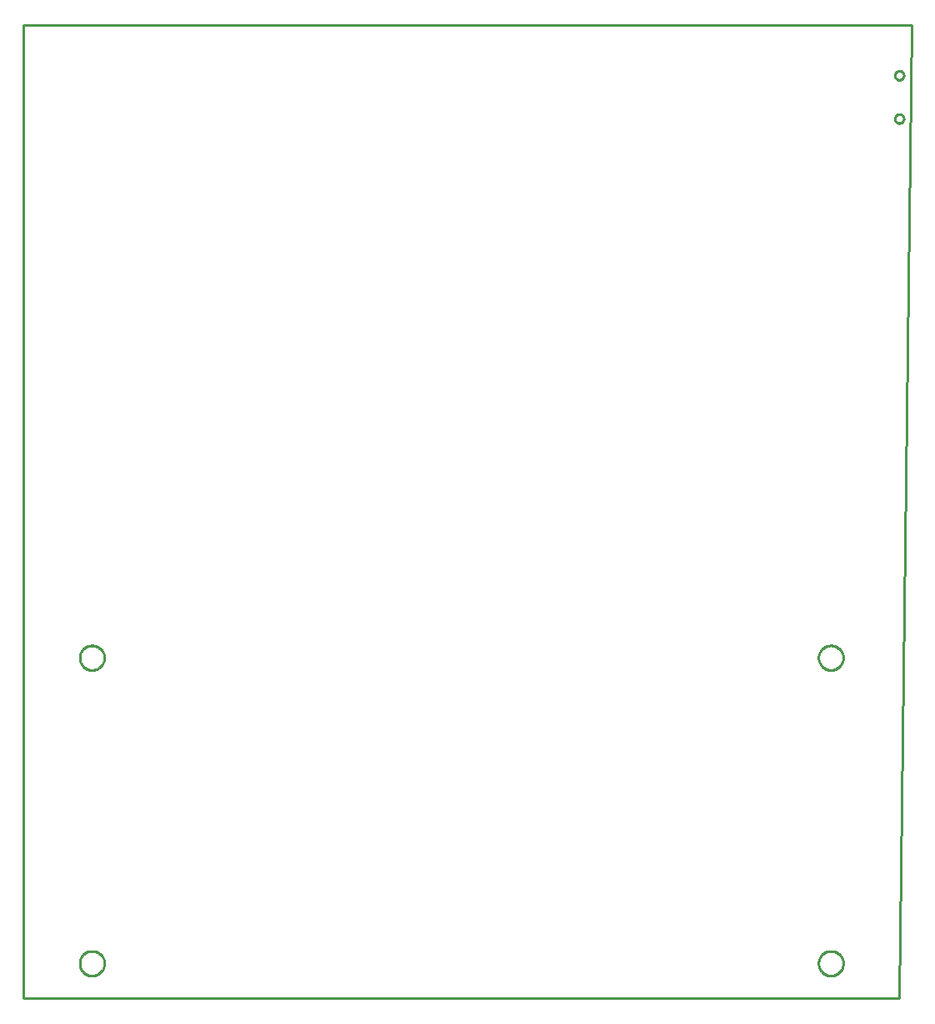
<source format=gko>
G04 EAGLE Gerber RS-274X export*
G75*
%MOMM*%
%FSLAX34Y34*%
%LPD*%
%IN*%
%IPPOS*%
%AMOC8*
5,1,8,0,0,1.08239X$1,22.5*%
G01*
%ADD10C,0.254000*%


D10*
X0Y0D02*
X888800Y0D01*
X901500Y987300D01*
X0Y987300D01*
X0Y0D01*
X82000Y35009D02*
X81923Y34030D01*
X81769Y33060D01*
X81540Y32104D01*
X81236Y31170D01*
X80861Y30263D01*
X80415Y29388D01*
X79901Y28550D01*
X79324Y27755D01*
X78686Y27008D01*
X77992Y26314D01*
X77245Y25676D01*
X76450Y25099D01*
X75612Y24585D01*
X74737Y24139D01*
X73830Y23764D01*
X72896Y23460D01*
X71941Y23231D01*
X70970Y23077D01*
X69991Y23000D01*
X69009Y23000D01*
X68030Y23077D01*
X67060Y23231D01*
X66104Y23460D01*
X65170Y23764D01*
X64263Y24139D01*
X63388Y24585D01*
X62550Y25099D01*
X61755Y25676D01*
X61008Y26314D01*
X60314Y27008D01*
X59676Y27755D01*
X59099Y28550D01*
X58585Y29388D01*
X58139Y30263D01*
X57764Y31170D01*
X57460Y32104D01*
X57231Y33060D01*
X57077Y34030D01*
X57000Y35009D01*
X57000Y35991D01*
X57077Y36970D01*
X57231Y37941D01*
X57460Y38896D01*
X57764Y39830D01*
X58139Y40737D01*
X58585Y41612D01*
X59099Y42450D01*
X59676Y43245D01*
X60314Y43992D01*
X61008Y44686D01*
X61755Y45324D01*
X62550Y45901D01*
X63388Y46415D01*
X64263Y46861D01*
X65170Y47236D01*
X66104Y47540D01*
X67060Y47769D01*
X68030Y47923D01*
X69009Y48000D01*
X69991Y48000D01*
X70970Y47923D01*
X71941Y47769D01*
X72896Y47540D01*
X73830Y47236D01*
X74737Y46861D01*
X75612Y46415D01*
X76450Y45901D01*
X77245Y45324D01*
X77992Y44686D01*
X78686Y43992D01*
X79324Y43245D01*
X79901Y42450D01*
X80415Y41612D01*
X80861Y40737D01*
X81236Y39830D01*
X81540Y38896D01*
X81769Y37941D01*
X81923Y36970D01*
X82000Y35991D01*
X82000Y35009D01*
X832000Y35009D02*
X831923Y34030D01*
X831769Y33060D01*
X831540Y32104D01*
X831236Y31170D01*
X830861Y30263D01*
X830415Y29388D01*
X829901Y28550D01*
X829324Y27755D01*
X828686Y27008D01*
X827992Y26314D01*
X827245Y25676D01*
X826450Y25099D01*
X825612Y24585D01*
X824737Y24139D01*
X823830Y23764D01*
X822896Y23460D01*
X821941Y23231D01*
X820970Y23077D01*
X819991Y23000D01*
X819009Y23000D01*
X818030Y23077D01*
X817060Y23231D01*
X816104Y23460D01*
X815170Y23764D01*
X814263Y24139D01*
X813388Y24585D01*
X812550Y25099D01*
X811755Y25676D01*
X811008Y26314D01*
X810314Y27008D01*
X809676Y27755D01*
X809099Y28550D01*
X808585Y29388D01*
X808139Y30263D01*
X807764Y31170D01*
X807460Y32104D01*
X807231Y33060D01*
X807077Y34030D01*
X807000Y35009D01*
X807000Y35991D01*
X807077Y36970D01*
X807231Y37941D01*
X807460Y38896D01*
X807764Y39830D01*
X808139Y40737D01*
X808585Y41612D01*
X809099Y42450D01*
X809676Y43245D01*
X810314Y43992D01*
X811008Y44686D01*
X811755Y45324D01*
X812550Y45901D01*
X813388Y46415D01*
X814263Y46861D01*
X815170Y47236D01*
X816104Y47540D01*
X817060Y47769D01*
X818030Y47923D01*
X819009Y48000D01*
X819991Y48000D01*
X820970Y47923D01*
X821941Y47769D01*
X822896Y47540D01*
X823830Y47236D01*
X824737Y46861D01*
X825612Y46415D01*
X826450Y45901D01*
X827245Y45324D01*
X827992Y44686D01*
X828686Y43992D01*
X829324Y43245D01*
X829901Y42450D01*
X830415Y41612D01*
X830861Y40737D01*
X831236Y39830D01*
X831540Y38896D01*
X831769Y37941D01*
X831923Y36970D01*
X832000Y35991D01*
X832000Y35009D01*
X82000Y345009D02*
X81923Y344030D01*
X81769Y343060D01*
X81540Y342104D01*
X81236Y341170D01*
X80861Y340263D01*
X80415Y339388D01*
X79901Y338550D01*
X79324Y337755D01*
X78686Y337008D01*
X77992Y336314D01*
X77245Y335676D01*
X76450Y335099D01*
X75612Y334585D01*
X74737Y334139D01*
X73830Y333764D01*
X72896Y333460D01*
X71941Y333231D01*
X70970Y333077D01*
X69991Y333000D01*
X69009Y333000D01*
X68030Y333077D01*
X67060Y333231D01*
X66104Y333460D01*
X65170Y333764D01*
X64263Y334139D01*
X63388Y334585D01*
X62550Y335099D01*
X61755Y335676D01*
X61008Y336314D01*
X60314Y337008D01*
X59676Y337755D01*
X59099Y338550D01*
X58585Y339388D01*
X58139Y340263D01*
X57764Y341170D01*
X57460Y342104D01*
X57231Y343060D01*
X57077Y344030D01*
X57000Y345009D01*
X57000Y345991D01*
X57077Y346970D01*
X57231Y347941D01*
X57460Y348896D01*
X57764Y349830D01*
X58139Y350737D01*
X58585Y351612D01*
X59099Y352450D01*
X59676Y353245D01*
X60314Y353992D01*
X61008Y354686D01*
X61755Y355324D01*
X62550Y355901D01*
X63388Y356415D01*
X64263Y356861D01*
X65170Y357236D01*
X66104Y357540D01*
X67060Y357769D01*
X68030Y357923D01*
X69009Y358000D01*
X69991Y358000D01*
X70970Y357923D01*
X71941Y357769D01*
X72896Y357540D01*
X73830Y357236D01*
X74737Y356861D01*
X75612Y356415D01*
X76450Y355901D01*
X77245Y355324D01*
X77992Y354686D01*
X78686Y353992D01*
X79324Y353245D01*
X79901Y352450D01*
X80415Y351612D01*
X80861Y350737D01*
X81236Y349830D01*
X81540Y348896D01*
X81769Y347941D01*
X81923Y346970D01*
X82000Y345991D01*
X82000Y345009D01*
X832000Y345009D02*
X831923Y344030D01*
X831769Y343060D01*
X831540Y342104D01*
X831236Y341170D01*
X830861Y340263D01*
X830415Y339388D01*
X829901Y338550D01*
X829324Y337755D01*
X828686Y337008D01*
X827992Y336314D01*
X827245Y335676D01*
X826450Y335099D01*
X825612Y334585D01*
X824737Y334139D01*
X823830Y333764D01*
X822896Y333460D01*
X821941Y333231D01*
X820970Y333077D01*
X819991Y333000D01*
X819009Y333000D01*
X818030Y333077D01*
X817060Y333231D01*
X816104Y333460D01*
X815170Y333764D01*
X814263Y334139D01*
X813388Y334585D01*
X812550Y335099D01*
X811755Y335676D01*
X811008Y336314D01*
X810314Y337008D01*
X809676Y337755D01*
X809099Y338550D01*
X808585Y339388D01*
X808139Y340263D01*
X807764Y341170D01*
X807460Y342104D01*
X807231Y343060D01*
X807077Y344030D01*
X807000Y345009D01*
X807000Y345991D01*
X807077Y346970D01*
X807231Y347941D01*
X807460Y348896D01*
X807764Y349830D01*
X808139Y350737D01*
X808585Y351612D01*
X809099Y352450D01*
X809676Y353245D01*
X810314Y353992D01*
X811008Y354686D01*
X811755Y355324D01*
X812550Y355901D01*
X813388Y356415D01*
X814263Y356861D01*
X815170Y357236D01*
X816104Y357540D01*
X817060Y357769D01*
X818030Y357923D01*
X819009Y358000D01*
X819991Y358000D01*
X820970Y357923D01*
X821941Y357769D01*
X822896Y357540D01*
X823830Y357236D01*
X824737Y356861D01*
X825612Y356415D01*
X826450Y355901D01*
X827245Y355324D01*
X827992Y354686D01*
X828686Y353992D01*
X829324Y353245D01*
X829901Y352450D01*
X830415Y351612D01*
X830861Y350737D01*
X831236Y349830D01*
X831540Y348896D01*
X831769Y347941D01*
X831923Y346970D01*
X832000Y345991D01*
X832000Y345009D01*
X884500Y892695D02*
X884577Y893280D01*
X884730Y893850D01*
X884955Y894395D01*
X885250Y894905D01*
X885609Y895373D01*
X886027Y895791D01*
X886495Y896150D01*
X887005Y896445D01*
X887550Y896670D01*
X888120Y896823D01*
X888705Y896900D01*
X889295Y896900D01*
X889880Y896823D01*
X890450Y896670D01*
X890995Y896445D01*
X891505Y896150D01*
X891973Y895791D01*
X892391Y895373D01*
X892750Y894905D01*
X893045Y894395D01*
X893270Y893850D01*
X893423Y893280D01*
X893500Y892695D01*
X893500Y892105D01*
X893423Y891520D01*
X893270Y890950D01*
X893045Y890405D01*
X892750Y889895D01*
X892391Y889427D01*
X891973Y889009D01*
X891505Y888650D01*
X890995Y888355D01*
X890450Y888130D01*
X889880Y887977D01*
X889295Y887900D01*
X888705Y887900D01*
X888120Y887977D01*
X887550Y888130D01*
X887005Y888355D01*
X886495Y888650D01*
X886027Y889009D01*
X885609Y889427D01*
X885250Y889895D01*
X884955Y890405D01*
X884730Y890950D01*
X884577Y891520D01*
X884500Y892105D01*
X884500Y892695D01*
X884500Y936695D02*
X884577Y937280D01*
X884730Y937850D01*
X884955Y938395D01*
X885250Y938905D01*
X885609Y939373D01*
X886027Y939791D01*
X886495Y940150D01*
X887005Y940445D01*
X887550Y940670D01*
X888120Y940823D01*
X888705Y940900D01*
X889295Y940900D01*
X889880Y940823D01*
X890450Y940670D01*
X890995Y940445D01*
X891505Y940150D01*
X891973Y939791D01*
X892391Y939373D01*
X892750Y938905D01*
X893045Y938395D01*
X893270Y937850D01*
X893423Y937280D01*
X893500Y936695D01*
X893500Y936105D01*
X893423Y935520D01*
X893270Y934950D01*
X893045Y934405D01*
X892750Y933895D01*
X892391Y933427D01*
X891973Y933009D01*
X891505Y932650D01*
X890995Y932355D01*
X890450Y932130D01*
X889880Y931977D01*
X889295Y931900D01*
X888705Y931900D01*
X888120Y931977D01*
X887550Y932130D01*
X887005Y932355D01*
X886495Y932650D01*
X886027Y933009D01*
X885609Y933427D01*
X885250Y933895D01*
X884955Y934405D01*
X884730Y934950D01*
X884577Y935520D01*
X884500Y936105D01*
X884500Y936695D01*
M02*

</source>
